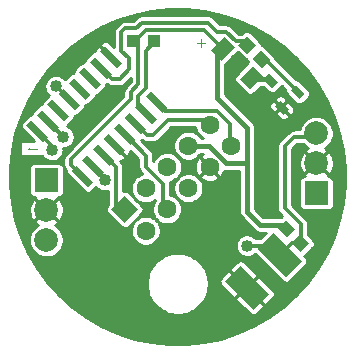
<source format=gbr>
G04 DipTrace 2.4.0.2*
%INBottom.gbr*%
%MOIN*%
%ADD10C,0.0098*%
%ADD14C,0.013*%
%ADD15C,0.0157*%
%ADD17C,0.0633*%
%ADD22C,0.0787*%
%ADD23C,0.04*%
%ADD43C,0.0046*%
%FSLAX44Y44*%
G04*
G70*
G90*
G75*
G01*
%LNBottom*%
%LPD*%
X7417Y9730D2*
D14*
Y9811D1*
X7023Y10205D1*
X5667Y10730D2*
Y10855D1*
X5166Y11355D1*
X5520Y11708D2*
Y11689D1*
X6042Y11167D1*
X10208Y10873D2*
D15*
X10899D1*
X11480Y10292D1*
X12167D1*
Y8667D1*
X12605Y8229D1*
X13480D1*
Y8104D1*
X6670Y9851D2*
D14*
X6292Y10229D1*
Y10417D1*
X8292Y12417D1*
Y12667D1*
X8542Y12917D1*
Y14230D1*
X8395Y14377D1*
X12167Y10292D2*
D15*
Y11480D1*
X11167Y12480D1*
Y14105D1*
X11355D1*
X8395Y14377D2*
D14*
Y14333D1*
X8792Y14730D1*
X10730D1*
X11355Y14105D1*
X8087Y8752D2*
X7792D1*
Y10167D1*
X7401Y10559D1*
X7377D1*
X6227Y12415D2*
Y12420D1*
X5792Y12855D1*
X7288Y13476D2*
X7296D1*
X7667Y13105D1*
X7917D1*
X8229Y13417D1*
Y13793D1*
X7979Y14043D1*
Y14668D1*
X8104Y14793D1*
X8479D1*
X8667Y14980D1*
X10855D1*
X11167Y14668D1*
X11480D1*
X11792Y14355D1*
X12042D1*
X12167Y14230D1*
X9064Y14377D2*
Y14315D1*
X8792Y14043D1*
Y12792D1*
X8542Y12542D1*
Y12222D1*
X8791Y11973D1*
X11812Y10980D2*
X11705Y10873D1*
X11622D1*
X9145Y12326D2*
Y12315D1*
X9417Y12042D1*
X11167D1*
X11605Y11605D1*
Y10890D1*
X11622Y10873D1*
X8084Y11266D2*
Y11250D1*
X8792Y10542D1*
Y10167D1*
X9355Y9605D1*
Y8898D1*
X9501Y8752D1*
X10915Y11580D2*
Y11730D1*
X9542D1*
X9042Y11230D1*
X8827D1*
X8438Y11619D1*
X13953Y7631D2*
X13655D1*
X13253Y7229D1*
X13953Y7631D2*
Y8256D1*
X13418Y8792D1*
Y10855D1*
X13730Y11167D1*
X14355D1*
X14480Y11292D1*
X13253Y7229D2*
Y7542D1*
X12167D1*
X13855Y12667D2*
X12766Y13757D1*
X12641D1*
X12950Y13043D2*
D15*
Y13105D1*
X12355D1*
X12315Y13145D1*
D23*
X6042Y11167D3*
X5667Y10730D3*
X7417Y9730D3*
X5792Y12855D3*
X12167Y7542D3*
X7542Y14668D3*
X8229Y9792D3*
X9855Y4604D3*
X12605Y12167D3*
X8167Y7542D3*
X12917Y8667D3*
X8808Y15326D2*
D10*
X10877D1*
X8370Y15229D2*
X11315D1*
X8071Y15132D2*
X8458D1*
X11064D2*
X11613D1*
X7793Y15035D2*
X8041D1*
X11161D2*
X11892D1*
X7574Y14937D2*
X7889D1*
X11258D2*
X12110D1*
X7358Y14840D2*
X7792D1*
X11667D2*
X12327D1*
X7179Y14743D2*
X7733D1*
X11765D2*
X12505D1*
X7012Y14646D2*
X7722D1*
X11862D2*
X12009D1*
X12299D2*
X12673D1*
X6842Y14549D2*
X7722D1*
X12396D2*
X12842D1*
X6703Y14452D2*
X7722D1*
X12493D2*
X12982D1*
X6569Y14355D2*
X7353D1*
X7539D2*
X7722D1*
X12590D2*
X13116D1*
X6435Y14258D2*
X7244D1*
X7648D2*
X7722D1*
X12648D2*
X13250D1*
X6307Y14161D2*
X7147D1*
X12783D2*
X13377D1*
X6200Y14063D2*
X7090D1*
X12880D2*
X13485D1*
X6092Y13966D2*
X6952D1*
X11833D2*
X11884D1*
X12979D2*
X13593D1*
X5984Y13869D2*
X6855D1*
X11736D2*
X11981D1*
X13076D2*
X13700D1*
X5881Y13772D2*
X6764D1*
X11638D2*
X12095D1*
X13123D2*
X13803D1*
X5794Y13675D2*
X6734D1*
X11541D2*
X12182D1*
X13208D2*
X13891D1*
X5706Y13578D2*
X6564D1*
X11444D2*
X12132D1*
X13305D2*
X13979D1*
X5618Y13481D2*
X6468D1*
X11439D2*
X12035D1*
X13402D2*
X14066D1*
X5531Y13384D2*
X6392D1*
X11439D2*
X11938D1*
X13500D2*
X14154D1*
X5457Y13287D2*
X6280D1*
X11439D2*
X11841D1*
X13597D2*
X14228D1*
X5386Y13189D2*
X5596D1*
X5987D2*
X6175D1*
X11439D2*
X11752D1*
X13694D2*
X14298D1*
X5315Y13092D2*
X5482D1*
X11439D2*
X11726D1*
X13791D2*
X14369D1*
X5245Y12995D2*
X5425D1*
X8168D2*
X8259D1*
X11439D2*
X11756D1*
X13977D2*
X14440D1*
X5174Y12898D2*
X5402D1*
X7487D2*
X7520D1*
X8064D2*
X8162D1*
X11439D2*
X11847D1*
X14074D2*
X14511D1*
X5117Y12801D2*
X5403D1*
X7438D2*
X8073D1*
X11439D2*
X11945D1*
X12588D2*
X12744D1*
X13269D2*
X13360D1*
X14171D2*
X14569D1*
X5060Y12704D2*
X5429D1*
X7341D2*
X8036D1*
X11439D2*
X12042D1*
X12491D2*
X12841D1*
X13172D2*
X13426D1*
X14260D2*
X14625D1*
X5005Y12607D2*
X5491D1*
X7238D2*
X8035D1*
X11439D2*
X12141D1*
X12393D2*
X13468D1*
X14284D2*
X14680D1*
X4948Y12510D2*
X5496D1*
X7124D2*
X8024D1*
X11518D2*
X13136D1*
X13405D2*
X13563D1*
X14254D2*
X14737D1*
X4892Y12412D2*
X5399D1*
X7050D2*
X7927D1*
X11615D2*
X13039D1*
X13502D2*
X13660D1*
X14161D2*
X14792D1*
X4845Y12315D2*
X5328D1*
X6953D2*
X7830D1*
X11711D2*
X12942D1*
X13598D2*
X13757D1*
X14064D2*
X14840D1*
X4802Y12218D2*
X5208D1*
X6782D2*
X7732D1*
X11808D2*
X12899D1*
X13695D2*
X14883D1*
X4759Y12121D2*
X5108D1*
X6752D2*
X7635D1*
X11905D2*
X12911D1*
X13752D2*
X14927D1*
X4716Y12024D2*
X5011D1*
X6661D2*
X7538D1*
X12004D2*
X12991D1*
X13746D2*
X14971D1*
X4671Y11927D2*
X4967D1*
X6564D2*
X7441D1*
X12101D2*
X13088D1*
X13675D2*
X15014D1*
X4631Y11830D2*
X4816D1*
X6424D2*
X7344D1*
X12197D2*
X13185D1*
X13578D2*
X14262D1*
X14698D2*
X15055D1*
X4599Y11733D2*
X4719D1*
X6370D2*
X7247D1*
X12294D2*
X13302D1*
X13462D2*
X14099D1*
X14863D2*
X15086D1*
X4568Y11636D2*
X4632D1*
X6273D2*
X7150D1*
X12388D2*
X14008D1*
X14953D2*
X15118D1*
X4536Y11538D2*
X4613D1*
X6164D2*
X7052D1*
X12433D2*
X13949D1*
X15012D2*
X15149D1*
X4503Y11441D2*
X4647D1*
X6320D2*
X6955D1*
X9614D2*
X10426D1*
X12439D2*
X13914D1*
X15047D2*
X15181D1*
X4473Y11344D2*
X4742D1*
X6392D2*
X6858D1*
X9517D2*
X10032D1*
X10383D2*
X10465D1*
X12439D2*
X13546D1*
X15064D2*
X15212D1*
X4445Y11247D2*
X4839D1*
X6426D2*
X6761D1*
X9420D2*
X9868D1*
X12439D2*
X13450D1*
X15066D2*
X15240D1*
X4425Y11150D2*
X4936D1*
X6433D2*
X6664D1*
X9323D2*
X9783D1*
X12439D2*
X13353D1*
X15049D2*
X15260D1*
X4405Y11053D2*
X5033D1*
X6416D2*
X6567D1*
X9226D2*
X9732D1*
X12439D2*
X13256D1*
X15015D2*
X15281D1*
X4383Y10956D2*
X4574D1*
X6370D2*
X6471D1*
X8739D2*
X9706D1*
X12439D2*
X13182D1*
X14958D2*
X15301D1*
X4363Y10859D2*
X4574D1*
X6278D2*
X6372D1*
X8836D2*
X9699D1*
X12439D2*
X13160D1*
X13781D2*
X14089D1*
X14870D2*
X15321D1*
X4342Y10762D2*
X4574D1*
X6058D2*
X6275D1*
X8932D2*
X9711D1*
X12439D2*
X13160D1*
X13685D2*
X14135D1*
X14824D2*
X15343D1*
X4328Y10664D2*
X4574D1*
X6054D2*
X6178D1*
X8277D2*
X8308D1*
X9017D2*
X9463D1*
X9538D2*
X9745D1*
X12439D2*
X13160D1*
X13675D2*
X14029D1*
X14930D2*
X15358D1*
X4317Y10567D2*
X4574D1*
X6023D2*
X6085D1*
X8211D2*
X8407D1*
X9048D2*
X9194D1*
X12439D2*
X13160D1*
X13675D2*
X13963D1*
X14996D2*
X15367D1*
X4306Y10470D2*
X5376D1*
X5958D2*
X6040D1*
X8114D2*
X8504D1*
X9049D2*
X9096D1*
X12439D2*
X13160D1*
X13675D2*
X13922D1*
X15038D2*
X15378D1*
X4297Y10373D2*
X5517D1*
X5817D2*
X6034D1*
X7981D2*
X8534D1*
X9964D2*
X10451D1*
X12439D2*
X13160D1*
X13675D2*
X13899D1*
X15061D2*
X15389D1*
X4286Y10276D2*
X4976D1*
X5983D2*
X6034D1*
X8025D2*
X8534D1*
X9998D2*
X10418D1*
X12439D2*
X13160D1*
X13675D2*
X13894D1*
X15067D2*
X15398D1*
X4276Y10179D2*
X4902D1*
X8050D2*
X8534D1*
X10011D2*
X10406D1*
X12439D2*
X13160D1*
X13675D2*
X13905D1*
X15055D2*
X15409D1*
X4272Y10082D2*
X4893D1*
X8050D2*
X8550D1*
X10003D2*
X10412D1*
X12439D2*
X13160D1*
X13675D2*
X13934D1*
X15027D2*
X15413D1*
X4272Y9985D2*
X4893D1*
X6066D2*
X6126D1*
X8050D2*
X8614D1*
X9977D2*
X10440D1*
X11390D2*
X11896D1*
X12439D2*
X13160D1*
X13675D2*
X13982D1*
X14978D2*
X15413D1*
X4272Y9888D2*
X4893D1*
X6066D2*
X6198D1*
X8050D2*
X8528D1*
X11339D2*
X11896D1*
X12439D2*
X13160D1*
X13675D2*
X14059D1*
X14901D2*
X15413D1*
X4272Y9790D2*
X4893D1*
X6066D2*
X6295D1*
X8050D2*
X8410D1*
X11255D2*
X11896D1*
X12439D2*
X13160D1*
X13675D2*
X13926D1*
X15033D2*
X15413D1*
X4272Y9693D2*
X4893D1*
X6066D2*
X6392D1*
X8050D2*
X8344D1*
X9672D2*
X9757D1*
X10658D2*
X10743D1*
X11087D2*
X11896D1*
X12439D2*
X13160D1*
X13675D2*
X13894D1*
X15067D2*
X15413D1*
X4272Y9596D2*
X4893D1*
X6066D2*
X6489D1*
X8050D2*
X8304D1*
X9612D2*
X9719D1*
X10698D2*
X11896D1*
X12439D2*
X13160D1*
X13675D2*
X13894D1*
X15067D2*
X15413D1*
X4277Y9499D2*
X4893D1*
X6066D2*
X6586D1*
X8050D2*
X8285D1*
X9612D2*
X9700D1*
X10715D2*
X11896D1*
X12439D2*
X13160D1*
X13675D2*
X13894D1*
X15067D2*
X15407D1*
X4288Y9402D2*
X4893D1*
X6066D2*
X6684D1*
X7045D2*
X7209D1*
X8050D2*
X8288D1*
X9612D2*
X9702D1*
X10713D2*
X11896D1*
X12439D2*
X13160D1*
X13675D2*
X13894D1*
X15067D2*
X15398D1*
X4297Y9305D2*
X4896D1*
X6063D2*
X7535D1*
X8250D2*
X8308D1*
X9612D2*
X9723D1*
X10693D2*
X11896D1*
X12439D2*
X13160D1*
X13675D2*
X13894D1*
X15067D2*
X15387D1*
X4308Y9208D2*
X4945D1*
X6014D2*
X7535D1*
X9714D2*
X9766D1*
X10650D2*
X11896D1*
X12439D2*
X13160D1*
X13675D2*
X13894D1*
X15067D2*
X15377D1*
X4317Y9111D2*
X5037D1*
X5921D2*
X7535D1*
X10576D2*
X11896D1*
X12439D2*
X13160D1*
X13675D2*
X13894D1*
X15067D2*
X15367D1*
X4328Y9014D2*
X4968D1*
X5990D2*
X7535D1*
X9031D2*
X9066D1*
X9935D2*
X9970D1*
X10444D2*
X11896D1*
X12439D2*
X13160D1*
X13675D2*
X13894D1*
X15067D2*
X15357D1*
X4343Y8916D2*
X4923D1*
X6035D2*
X7535D1*
X8637D2*
X9019D1*
X9983D2*
X11896D1*
X12439D2*
X13160D1*
X13675D2*
X13894D1*
X15067D2*
X15341D1*
X4365Y8819D2*
X4900D1*
X6058D2*
X7459D1*
X8714D2*
X8996D1*
X10006D2*
X11896D1*
X12439D2*
X13160D1*
X13751D2*
X13911D1*
X15049D2*
X15320D1*
X4385Y8722D2*
X4893D1*
X6066D2*
X7449D1*
X8725D2*
X8993D1*
X10009D2*
X11896D1*
X12493D2*
X13170D1*
X13848D2*
X14028D1*
X14933D2*
X15300D1*
X4406Y8625D2*
X4902D1*
X6057D2*
X7496D1*
X8676D2*
X9008D1*
X9994D2*
X11899D1*
X12590D2*
X13225D1*
X13944D2*
X15280D1*
X4426Y8528D2*
X4930D1*
X6029D2*
X7593D1*
X8579D2*
X8659D1*
X8928D2*
X9045D1*
X9957D2*
X11936D1*
X12686D2*
X13320D1*
X14041D2*
X15258D1*
X4446Y8431D2*
X4976D1*
X5983D2*
X7692D1*
X9894D2*
X12024D1*
X14140D2*
X15238D1*
X4474Y8334D2*
X5050D1*
X5909D2*
X7789D1*
X9784D2*
X12121D1*
X14198D2*
X15210D1*
X4506Y8237D2*
X5170D1*
X5789D2*
X7885D1*
X8288D2*
X8323D1*
X9265D2*
X12218D1*
X14211D2*
X15178D1*
X4537Y8140D2*
X5063D1*
X5895D2*
X7996D1*
X8177D2*
X8293D1*
X9294D2*
X12315D1*
X14211D2*
X15147D1*
X4569Y8042D2*
X4985D1*
X5974D2*
X8284D1*
X9303D2*
X12411D1*
X14211D2*
X15115D1*
X4602Y7945D2*
X4934D1*
X6024D2*
X8295D1*
X9294D2*
X12754D1*
X14211D2*
X15084D1*
X4633Y7848D2*
X4905D1*
X6054D2*
X8325D1*
X9263D2*
X11927D1*
X12407D2*
X12658D1*
X14283D2*
X15052D1*
X4674Y7751D2*
X4893D1*
X6066D2*
X8379D1*
X9208D2*
X11836D1*
X14380D2*
X15011D1*
X4719Y7654D2*
X4897D1*
X6061D2*
X8473D1*
X9115D2*
X11792D1*
X14435D2*
X14967D1*
X4762Y7557D2*
X4919D1*
X6040D2*
X8676D1*
X8912D2*
X11775D1*
X14427D2*
X14924D1*
X4805Y7460D2*
X4960D1*
X5998D2*
X11784D1*
X14357D2*
X14880D1*
X4848Y7363D2*
X5025D1*
X5934D2*
X11819D1*
X14260D2*
X14837D1*
X4895Y7266D2*
X5126D1*
X5832D2*
X9568D1*
X10141D2*
X11893D1*
X14163D2*
X14789D1*
X4952Y7168D2*
X5336D1*
X5621D2*
X9334D1*
X10375D2*
X12073D1*
X12262D2*
X12516D1*
X14112D2*
X14732D1*
X5008Y7071D2*
X9193D1*
X10516D2*
X12613D1*
X14177D2*
X14677D1*
X5065Y6974D2*
X9088D1*
X10621D2*
X11782D1*
X12134D2*
X12711D1*
X14178D2*
X14620D1*
X5120Y6877D2*
X9008D1*
X10701D2*
X11686D1*
X12231D2*
X12808D1*
X14115D2*
X14565D1*
X5180Y6780D2*
X8945D1*
X10764D2*
X11589D1*
X12328D2*
X12905D1*
X14018D2*
X14506D1*
X5251Y6683D2*
X8897D1*
X10813D2*
X11492D1*
X12425D2*
X13002D1*
X13921D2*
X14435D1*
X5320Y6586D2*
X8860D1*
X10849D2*
X11395D1*
X12523D2*
X13099D1*
X13824D2*
X14365D1*
X5391Y6489D2*
X8834D1*
X10875D2*
X11297D1*
X12620D2*
X13196D1*
X13728D2*
X14294D1*
X5461Y6391D2*
X8817D1*
X10892D2*
X11241D1*
X12717D2*
X13293D1*
X13631D2*
X14223D1*
X5538Y6294D2*
X8811D1*
X10899D2*
X11246D1*
X12814D2*
X14148D1*
X5624Y6197D2*
X8813D1*
X10896D2*
X11317D1*
X12911D2*
X14060D1*
X5712Y6100D2*
X8824D1*
X10886D2*
X11413D1*
X13008D2*
X13972D1*
X5800Y6003D2*
X8845D1*
X10864D2*
X11510D1*
X13085D2*
X13885D1*
X5887Y5906D2*
X8876D1*
X10833D2*
X11607D1*
X13096D2*
X13797D1*
X5992Y5809D2*
X8917D1*
X10792D2*
X11704D1*
X13048D2*
X13693D1*
X6100Y5712D2*
X8973D1*
X10736D2*
X11802D1*
X12951D2*
X13585D1*
X6207Y5615D2*
X9043D1*
X10666D2*
X11899D1*
X12854D2*
X13477D1*
X6315Y5517D2*
X9133D1*
X10576D2*
X11996D1*
X12756D2*
X13370D1*
X6444Y5420D2*
X9253D1*
X10457D2*
X12093D1*
X12659D2*
X13240D1*
X6578Y5323D2*
X9423D1*
X10286D2*
X12190D1*
X12562D2*
X13107D1*
X6712Y5226D2*
X12333D1*
X12420D2*
X12973D1*
X6855Y5129D2*
X12830D1*
X7024Y5032D2*
X12662D1*
X7192Y4935D2*
X12493D1*
X7373Y4838D2*
X12312D1*
X7591Y4741D2*
X12093D1*
X7810Y4643D2*
X11876D1*
X8093Y4546D2*
X11592D1*
X8393Y4449D2*
X11293D1*
X8842Y4352D2*
X10843D1*
X14077Y7193D2*
X14120Y7150D1*
X14150Y7111D1*
X14168Y7065D1*
X14174Y7017D1*
X14166Y6968D1*
X14142Y6917D1*
X14085Y6856D1*
X13591Y6362D1*
X13552Y6332D1*
X13507Y6314D1*
X13458Y6309D1*
X13410Y6316D1*
X13358Y6341D1*
X13298Y6397D1*
X12431Y7264D1*
X12365Y7214D1*
X12322Y7191D1*
X12275Y7174D1*
X12228Y7164D1*
X12179Y7159D1*
X12129Y7161D1*
X12081Y7169D1*
X12034Y7183D1*
X11989Y7203D1*
X11947Y7229D1*
X11909Y7259D1*
X11875Y7295D1*
X11845Y7334D1*
X11821Y7377D1*
X11803Y7423D1*
X11791Y7471D1*
X11785Y7520D1*
Y7569D1*
X11792Y7617D1*
X11805Y7665D1*
X11823Y7710D1*
X11848Y7753D1*
X11877Y7792D1*
X11912Y7827D1*
X11951Y7858D1*
X11993Y7883D1*
X12038Y7902D1*
X12085Y7916D1*
X12134Y7923D1*
X12183Y7925D1*
X12232Y7919D1*
X12280Y7908D1*
X12326Y7891D1*
X12369Y7867D1*
X12409Y7839D1*
X12458Y7790D1*
X12609D1*
X12785Y7967D1*
X12605Y7968D1*
X12556Y7972D1*
X12509Y7986D1*
X12465Y8008D1*
X12420Y8044D1*
X11982Y8482D1*
X11951Y8520D1*
X11927Y8563D1*
X11912Y8609D1*
X11906Y8667D1*
Y10031D1*
X11480Y10030D1*
X11409Y10040D1*
X11398Y10039D1*
X11376Y9974D1*
X11346Y9912D1*
X11307Y9856D1*
X11260Y9805D1*
X11207Y9761D1*
X11149Y9724D1*
X11086Y9696D1*
X11020Y9677D1*
X10952Y9667D1*
X10883D1*
X10815Y9676D1*
X10748Y9695D1*
X10685Y9722D1*
X10626Y9758D1*
X10573Y9801D1*
X10526Y9852D1*
X10487Y9908D1*
X10456Y9970D1*
X10433Y10035D1*
X10420Y10102D1*
X10415Y10171D1*
X10421Y10240D1*
X10436Y10307D1*
X10460Y10371D1*
X10492Y10432D1*
X10533Y10488D1*
X10581Y10537D1*
X10635Y10579D1*
X10689Y10611D1*
X10633D1*
X10593Y10555D1*
X10524Y10486D1*
X10442Y10431D1*
X10351Y10394D1*
X10254Y10375D1*
X10156Y10376D1*
X10060Y10396D1*
X9969Y10434D1*
X9888Y10489D1*
X9819Y10559D1*
X9765Y10641D1*
X9729Y10732D1*
X9710Y10829D1*
X9711Y10927D1*
X9732Y11023D1*
X9770Y11114D1*
X9826Y11195D1*
X9896Y11263D1*
X9979Y11317D1*
X10070Y11353D1*
X10167Y11371D1*
X10265Y11369D1*
X10361Y11348D1*
X10451Y11309D1*
X10532Y11253D1*
X10600Y11182D1*
X10632Y11136D1*
X10689Y11135D1*
X10635Y11167D1*
X10559Y11229D1*
X10497Y11306D1*
X10452Y11393D1*
X10425Y11483D1*
X10128Y11482D1*
X9643D1*
X9265Y11102D1*
X9217Y11054D1*
X9179Y11023D1*
X9136Y11000D1*
X9089Y10986D1*
X9042Y10982D1*
X8827D1*
X8778Y10987D1*
X8731Y11001D1*
X8688Y11024D1*
X8652Y11054D1*
X8631Y11075D1*
X8628Y11058D1*
X8967Y10718D1*
X8999Y10680D1*
X9022Y10636D1*
X9036Y10589D1*
X9040Y10542D1*
X9042Y10362D1*
X9089Y10448D1*
X9152Y10524D1*
X9229Y10585D1*
X9316Y10630D1*
X9411Y10657D1*
X9509Y10665D1*
X9606Y10654D1*
X9700Y10624D1*
X9786Y10576D1*
X9861Y10512D1*
X9921Y10435D1*
X9966Y10348D1*
X9993Y10253D1*
X10000Y10166D1*
X9991Y10068D1*
X9962Y9974D1*
X9916Y9887D1*
X9853Y9812D1*
X9777Y9749D1*
X9690Y9703D1*
X9596Y9675D1*
X9591D1*
X9598Y9651D1*
X9603Y9605D1*
Y9240D1*
X9654Y9227D1*
X9744Y9188D1*
X9825Y9132D1*
X9893Y9061D1*
X9946Y8978D1*
X9982Y8887D1*
X9999Y8790D1*
X9998Y8702D1*
X9979Y8606D1*
X9941Y8515D1*
X9886Y8434D1*
X9817Y8364D1*
X9735Y8310D1*
X9644Y8273D1*
X9547Y8254D1*
X9449Y8255D1*
X9353Y8274D1*
X9262Y8313D1*
X9181Y8368D1*
X9112Y8438D1*
X9058Y8520D1*
X9021Y8611D1*
X9003Y8708D1*
X9004Y8806D1*
X9024Y8902D1*
X9063Y8992D1*
X9107Y9057D1*
X9070Y9042D1*
X8983Y8996D1*
X8889Y8968D1*
X8791Y8959D1*
X8693Y8969D1*
X8600Y8998D1*
X8513Y9045D1*
X8438Y9108D1*
X8376Y9185D1*
X8330Y9272D1*
X8303Y9366D1*
X8294Y9464D1*
X8305Y9562D1*
X8334Y9655D1*
X8382Y9741D1*
X8445Y9816D1*
X8522Y9878D1*
X8609Y9923D1*
X8666Y9941D1*
X8617Y9992D1*
X8586Y10030D1*
X8562Y10073D1*
X8548Y10120D1*
X8544Y10167D1*
Y10439D1*
X8275Y10706D1*
X8268Y10667D1*
X8254Y10631D1*
X8231Y10598D1*
X8048Y10414D1*
X8016Y10391D1*
X7980Y10375D1*
X7942Y10368D1*
X7998Y10305D1*
X8021Y10261D1*
X8035Y10214D1*
X8040Y10167D1*
X8042Y9377D1*
X8090Y9382D1*
X8139Y9375D1*
X8190Y9350D1*
X8251Y9294D1*
X8664Y8881D1*
X8693Y8842D1*
X8712Y8796D1*
X8717Y8748D1*
X8710Y8699D1*
X8685Y8648D1*
X8629Y8587D1*
X8216Y8174D1*
X8177Y8145D1*
X8132Y8126D1*
X8083Y8121D1*
X8034Y8128D1*
X7983Y8153D1*
X7922Y8209D1*
X7510Y8622D1*
X7480Y8661D1*
X7462Y8707D1*
X7456Y8755D1*
X7464Y8804D1*
X7488Y8855D1*
X7543Y8915D1*
X7544Y9368D1*
X7477Y9351D1*
X7428Y9347D1*
X7379Y9348D1*
X7330Y9356D1*
X7283Y9371D1*
X7238Y9391D1*
X7196Y9416D1*
X7158Y9447D1*
X7121Y9486D1*
X6994Y9360D1*
X6955Y9330D1*
X6910Y9312D1*
X6861Y9306D1*
X6812Y9314D1*
X6761Y9339D1*
X6700Y9395D1*
X6178Y9917D1*
X6149Y9956D1*
X6129Y10010D1*
X6116Y10054D1*
X6085Y10092D1*
X6062Y10135D1*
X6048Y10183D1*
X6044Y10229D1*
Y10417D1*
X6049Y10466D1*
X6063Y10513D1*
X6086Y10556D1*
X6116Y10593D1*
X8044Y12521D1*
Y12667D1*
X8049Y12716D1*
X8063Y12763D1*
X8087Y12806D1*
X8117Y12843D1*
X8294Y13020D1*
Y13131D1*
X8092Y12930D1*
X8054Y12898D1*
X8011Y12875D1*
X7964Y12861D1*
X7917Y12857D1*
X7667D1*
X7618Y12862D1*
X7571Y12876D1*
X7528Y12900D1*
X7490Y12931D1*
X7479Y12924D1*
X7472Y12875D1*
X7447Y12824D1*
X7391Y12763D1*
X7259Y12631D1*
X7220Y12601D1*
X7165Y12581D1*
X7126Y12570D1*
X7118Y12522D1*
X7094Y12471D1*
X7037Y12410D1*
X6905Y12278D1*
X6866Y12248D1*
X6811Y12228D1*
X6772Y12217D1*
X6764Y12168D1*
X6740Y12117D1*
X6684Y12056D1*
X6551Y11924D1*
X6512Y11894D1*
X6458Y11874D1*
X6419Y11863D1*
X6411Y11815D1*
X6386Y11763D1*
X6330Y11703D1*
X6198Y11570D1*
X6151Y11537D1*
X6200Y11516D1*
X6244Y11493D1*
X6284Y11464D1*
X6320Y11431D1*
X6351Y11393D1*
X6378Y11352D1*
X6398Y11307D1*
X6413Y11260D1*
X6422Y11212D1*
X6425Y11167D1*
X6422Y11118D1*
X6412Y11070D1*
X6397Y11023D1*
X6375Y10979D1*
X6348Y10938D1*
X6317Y10900D1*
X6280Y10867D1*
X6240Y10839D1*
X6196Y10817D1*
X6150Y10800D1*
X6102Y10789D1*
X6045Y10785D1*
X6050Y10730D1*
X6047Y10681D1*
X6037Y10632D1*
X6022Y10586D1*
X6000Y10541D1*
X5973Y10500D1*
X5941Y10463D1*
X5905Y10430D1*
X5865Y10402D1*
X5821Y10379D1*
X5775Y10362D1*
X5727Y10351D1*
X5678Y10347D1*
X5629Y10349D1*
X5580Y10357D1*
X5533Y10371D1*
X5488Y10391D1*
X5446Y10416D1*
X5408Y10447D1*
X5374Y10483D1*
X5332Y10545D1*
X4585Y10544D1*
Y11029D1*
X5066D1*
X4675Y11420D1*
X4645Y11459D1*
X4627Y11505D1*
X4622Y11553D1*
X4629Y11602D1*
X4654Y11653D1*
X4710Y11714D1*
X4842Y11846D1*
X4881Y11876D1*
X4936Y11896D1*
X4975Y11907D1*
X4983Y11955D1*
X5007Y12007D1*
X5063Y12067D1*
X5196Y12200D1*
X5235Y12229D1*
X5289Y12249D1*
X5329Y12261D1*
X5336Y12309D1*
X5361Y12360D1*
X5417Y12421D1*
X5550Y12554D1*
X5499Y12608D1*
X5470Y12648D1*
X5446Y12690D1*
X5428Y12736D1*
X5415Y12784D1*
X5409Y12833D1*
X5410Y12882D1*
X5416Y12931D1*
X5429Y12978D1*
X5448Y13023D1*
X5472Y13066D1*
X5502Y13105D1*
X5536Y13140D1*
X5575Y13171D1*
X5617Y13196D1*
X5662Y13216D1*
X5710Y13229D1*
X5758Y13237D1*
X5807Y13238D1*
X5856Y13233D1*
X5904Y13221D1*
X5950Y13204D1*
X5993Y13181D1*
X6034Y13152D1*
X6070Y13119D1*
X6090Y13094D1*
X6256Y13260D1*
X6295Y13290D1*
X6350Y13310D1*
X6389Y13321D1*
X6397Y13370D1*
X6421Y13421D1*
X6478Y13482D1*
X6610Y13614D1*
X6649Y13644D1*
X6704Y13664D1*
X6743Y13675D1*
X6750Y13723D1*
X6775Y13774D1*
X6831Y13835D1*
X6963Y13967D1*
X7002Y13997D1*
X7057Y14017D1*
X7096Y14026D1*
X7101Y14065D1*
X7114Y14102D1*
X7134Y14136D1*
X7199Y14203D1*
X7339Y14340D1*
X7374Y14359D1*
X7411Y14371D1*
X7450Y14375D1*
X7489Y14370D1*
X7526Y14356D1*
X7560Y14335D1*
X7652Y14244D1*
X7731Y14165D1*
Y14668D1*
X7736Y14717D1*
X7751Y14763D1*
X7774Y14807D1*
X7804Y14843D1*
X7929Y14968D1*
X7967Y14999D1*
X8010Y15022D1*
X8058Y15036D1*
X8104Y15041D1*
X8377D1*
X8492Y15156D1*
X8530Y15187D1*
X8573Y15210D1*
X8620Y15224D1*
X8667Y15228D1*
X10855D1*
X10904Y15223D1*
X10951Y15209D1*
X10994Y15186D1*
X11030Y15156D1*
X11270Y14915D1*
X11480Y14916D1*
X11529Y14911D1*
X11576Y14896D1*
X11619Y14873D1*
X11655Y14843D1*
X11896Y14603D1*
X11975D1*
X12024Y14652D1*
X12063Y14682D1*
X12109Y14700D1*
X12157Y14705D1*
X12206Y14698D1*
X12257Y14673D1*
X12318Y14617D1*
X12589Y14346D1*
X12619Y14307D1*
X12639Y14252D1*
X12679Y14225D1*
X12730Y14200D1*
X12791Y14144D1*
X13062Y13872D1*
X13092Y13833D1*
X13112Y13779D1*
X13150Y13723D1*
X13786Y13087D1*
X13852Y13079D1*
X13903Y13055D1*
X13964Y12999D1*
X14221Y12741D1*
X14251Y12702D1*
X14269Y12657D1*
X14275Y12608D1*
X14267Y12559D1*
X14243Y12508D1*
X14186Y12447D1*
X14040Y12301D1*
X14001Y12272D1*
X13956Y12253D1*
X13907Y12248D1*
X13858Y12255D1*
X13807Y12280D1*
X13746Y12336D1*
X13489Y12594D1*
X13459Y12633D1*
X13441Y12678D1*
X13436Y12736D1*
X13315Y12856D1*
X13135Y12677D1*
X13096Y12647D1*
X13051Y12629D1*
X13002Y12624D1*
X12954Y12631D1*
X12902Y12656D1*
X12842Y12712D1*
X12710Y12844D1*
X12620Y12843D1*
X12396Y12618D1*
X12357Y12589D1*
X12311Y12570D1*
X12263Y12565D1*
X12214Y12572D1*
X12163Y12597D1*
X12102Y12653D1*
X11789Y12966D1*
X11759Y13005D1*
X11741Y13051D1*
X11735Y13100D1*
X11743Y13148D1*
X11768Y13199D1*
X11824Y13260D1*
X12213Y13649D1*
X12189Y13680D1*
X12169Y13735D1*
X12129Y13762D1*
X12078Y13787D1*
X12017Y13843D1*
X11859Y14001D1*
X11707Y13850D1*
X11429Y13573D1*
Y12587D1*
X12257Y11760D1*
X12352Y11665D1*
X12384Y11627D1*
X12408Y11584D1*
X12423Y11537D1*
X12429Y11480D1*
Y8774D1*
X12712Y8492D1*
X13302Y8491D1*
X13336Y8525D1*
X13242Y8617D1*
X13211Y8655D1*
X13188Y8698D1*
X13174Y8745D1*
X13169Y8792D1*
Y10855D1*
X13174Y10904D1*
X13189Y10951D1*
X13212Y10994D1*
X13242Y11030D1*
X13555Y11343D1*
X13593Y11374D1*
X13636Y11397D1*
X13683Y11411D1*
X13730Y11415D1*
X13916D1*
X13940Y11493D1*
X13982Y11582D1*
X14038Y11663D1*
X14108Y11732D1*
X14188Y11789D1*
X14276Y11832D1*
X14371Y11858D1*
X14469Y11869D1*
X14567Y11862D1*
X14663Y11839D1*
X14753Y11800D1*
X14835Y11747D1*
X14907Y11680D1*
X14967Y11602D1*
X15012Y11514D1*
X15042Y11421D1*
X15056Y11323D1*
X15055Y11243D1*
X15038Y11146D1*
X15005Y11053D1*
X14957Y10968D1*
X14895Y10891D1*
X14821Y10827D1*
X14768Y10793D1*
X14835Y10747D1*
X14894Y10694D1*
X14945Y10634D1*
X14987Y10568D1*
X15020Y10496D1*
X15042Y10421D1*
X15055Y10343D1*
X15057Y10272D1*
X15049Y10194D1*
X15030Y10118D1*
X15001Y10044D1*
X14962Y9976D1*
X14915Y9913D1*
X14872Y9869D1*
X14922Y9862D1*
X14968Y9843D1*
X15006Y9812D1*
X15035Y9773D1*
X15054Y9719D1*
X15057Y9637D1*
Y8898D1*
X15050Y8850D1*
X15031Y8805D1*
X15000Y8766D1*
X14961Y8737D1*
X14907Y8718D1*
X14825Y8715D1*
X14086D1*
X14038Y8722D1*
X13993Y8741D1*
X13954Y8772D1*
X13925Y8811D1*
X13906Y8865D1*
X13903Y8948D1*
Y9686D1*
X13910Y9734D1*
X13929Y9780D1*
X13960Y9818D1*
X13999Y9847D1*
X14053Y9866D1*
X14087Y9870D1*
X14033Y9927D1*
X13988Y9992D1*
X13951Y10061D1*
X13925Y10136D1*
X13909Y10213D1*
X13903Y10291D1*
X13909Y10370D1*
X13924Y10447D1*
X13951Y10521D1*
X13987Y10591D1*
X14032Y10655D1*
X14086Y10713D1*
X14146Y10763D1*
X14193Y10792D1*
X14132Y10832D1*
X14059Y10898D1*
X14040Y10920D1*
X13834Y10919D1*
X13665Y10752D1*
X13666Y8894D1*
X14129Y8432D1*
X14160Y8394D1*
X14183Y8350D1*
X14197Y8303D1*
X14201Y8256D1*
Y7919D1*
X14375Y7747D1*
X14405Y7708D1*
X14423Y7662D1*
X14429Y7613D1*
X14421Y7565D1*
X14397Y7514D1*
X14340Y7453D1*
X14090Y7203D1*
X14154Y7104D1*
X14170Y7058D1*
X14174Y7009D1*
X14164Y6961D1*
X14142Y6917D1*
X12095Y7004D2*
X13054Y6042D1*
X13073Y6008D1*
X13085Y5970D1*
X13088Y5931D1*
X13083Y5892D1*
X13070Y5855D1*
X13049Y5822D1*
X12958Y5729D1*
X12483Y5257D1*
X12449Y5238D1*
X12411Y5226D1*
X12372Y5223D1*
X12333Y5228D1*
X12296Y5241D1*
X12263Y5262D1*
X12170Y5353D1*
X11281Y6245D1*
X11262Y6280D1*
X11250Y6317D1*
X11247Y6356D1*
X11252Y6395D1*
X11265Y6432D1*
X11286Y6466D1*
X11377Y6558D1*
X11852Y7030D1*
X11886Y7049D1*
X11923Y7061D1*
X11962Y7064D1*
X12001Y7059D1*
X12038Y7046D1*
X12072Y7025D1*
X12095Y7004D1*
X9291Y7995D2*
X9272Y7899D1*
X9234Y7808D1*
X9179Y7727D1*
X9110Y7657D1*
X9028Y7603D1*
X8937Y7566D1*
X8840Y7547D1*
X8742D1*
X8646Y7567D1*
X8555Y7605D1*
X8474Y7661D1*
X8405Y7731D1*
X8351Y7813D1*
X8314Y7904D1*
X8296Y8000D1*
X8297Y8099D1*
X8317Y8195D1*
X8356Y8285D1*
X8412Y8366D1*
X8482Y8435D1*
X8564Y8488D1*
X8656Y8525D1*
X8752Y8542D1*
X8851Y8541D1*
X8947Y8520D1*
X9037Y8481D1*
X9118Y8425D1*
X9186Y8354D1*
X9239Y8271D1*
X9275Y8180D1*
X9292Y8083D1*
X9291Y7995D1*
X10705Y9409D2*
X10686Y9313D1*
X10648Y9222D1*
X10593Y9141D1*
X10524Y9071D1*
X10442Y9017D1*
X10351Y8980D1*
X10254Y8961D1*
X10156Y8962D1*
X10060Y8981D1*
X9969Y9020D1*
X9888Y9075D1*
X9819Y9145D1*
X9765Y9227D1*
X9729Y9318D1*
X9710Y9415D1*
X9711Y9513D1*
X9732Y9609D1*
X9770Y9699D1*
X9826Y9780D1*
X9896Y9849D1*
X9979Y9902D1*
X10070Y9939D1*
X10167Y9957D1*
X10265Y9955D1*
X10361Y9934D1*
X10451Y9895D1*
X10532Y9839D1*
X10600Y9768D1*
X10653Y9686D1*
X10689Y9594D1*
X10706Y9497D1*
X10705Y9409D1*
X10888Y6219D2*
X10879Y6121D1*
X10860Y6025D1*
X10833Y5930D1*
X10796Y5839D1*
X10751Y5751D1*
X10698Y5669D1*
X10637Y5591D1*
X10569Y5520D1*
X10495Y5456D1*
X10415Y5398D1*
X10330Y5349D1*
X10240Y5308D1*
X10147Y5276D1*
X10052Y5253D1*
X9954Y5238D1*
X9856Y5234D1*
X9758Y5238D1*
X9660Y5252D1*
X9565Y5275D1*
X9472Y5307D1*
X9382Y5348D1*
X9297Y5397D1*
X9217Y5454D1*
X9142Y5518D1*
X9074Y5589D1*
X9013Y5666D1*
X8960Y5749D1*
X8914Y5836D1*
X8878Y5928D1*
X8850Y6022D1*
X8831Y6119D1*
X8821Y6216D1*
Y6315D1*
X8830Y6413D1*
X8848Y6509D1*
X8876Y6604D1*
X8912Y6695D1*
X8957Y6783D1*
X9010Y6866D1*
X9070Y6943D1*
X9138Y7015D1*
X9212Y7080D1*
X9292Y7137D1*
X9377Y7186D1*
X9467Y7228D1*
X9559Y7260D1*
X9655Y7284D1*
X9752Y7298D1*
X9851Y7303D1*
X9949Y7299D1*
X10046Y7285D1*
X10142Y7263D1*
X10235Y7231D1*
X10325Y7190D1*
X10410Y7142D1*
X10491Y7085D1*
X10565Y7021D1*
X10633Y6950D1*
X10695Y6873D1*
X10748Y6790D1*
X10794Y6703D1*
X10831Y6612D1*
X10859Y6518D1*
X10878Y6421D1*
X10888Y6323D1*
Y6219D1*
X13685Y11946D2*
X13489Y11753D1*
X13455Y11734D1*
X13417Y11722D1*
X13378Y11719D1*
X13339Y11724D1*
X13302Y11737D1*
X13269Y11758D1*
X13176Y11849D1*
X12941Y12087D1*
X12922Y12121D1*
X12910Y12159D1*
X12906Y12198D1*
X12911Y12237D1*
X12925Y12274D1*
X12946Y12307D1*
X13037Y12400D1*
X13163Y12524D1*
X13198Y12543D1*
X13235Y12555D1*
X13274Y12558D1*
X13313Y12553D1*
X13350Y12540D1*
X13384Y12519D1*
X13476Y12428D1*
X13711Y12190D1*
X13731Y12156D1*
X13742Y12118D1*
X13746Y12079D1*
X13741Y12040D1*
X13727Y12003D1*
X13707Y11970D1*
X13685Y11946D1*
X4902Y9385D2*
Y10123D1*
X4909Y10172D1*
X4928Y10217D1*
X4959Y10255D1*
X4998Y10284D1*
X5052Y10303D1*
X5135Y10306D1*
X5873D1*
X5921Y10300D1*
X5967Y10280D1*
X6005Y10250D1*
X6034Y10210D1*
X6053Y10157D1*
X6056Y10074D1*
Y9336D1*
X6049Y9287D1*
X6030Y9242D1*
X6000Y9204D1*
X5960Y9175D1*
X5906Y9156D1*
X5872Y9152D1*
X5926Y9095D1*
X5971Y9031D1*
X6007Y8961D1*
X6034Y8887D1*
X6050Y8810D1*
X6056Y8731D1*
X6052Y8661D1*
X6037Y8583D1*
X6012Y8509D1*
X5977Y8438D1*
X5933Y8373D1*
X5880Y8315D1*
X5820Y8264D1*
X5767Y8230D1*
X5834Y8184D1*
X5906Y8117D1*
X5966Y8039D1*
X6011Y7952D1*
X6041Y7858D1*
X6055Y7761D1*
X6054Y7680D1*
X6037Y7583D1*
X6004Y7491D1*
X5956Y7405D1*
X5894Y7329D1*
X5820Y7264D1*
X5736Y7213D1*
X5645Y7177D1*
X5548Y7157D1*
X5450Y7153D1*
X5353Y7167D1*
X5259Y7196D1*
X5172Y7242D1*
X5093Y7301D1*
X5026Y7373D1*
X4972Y7455D1*
X4933Y7545D1*
X4909Y7640D1*
X4902Y7738D1*
X4912Y7836D1*
X4939Y7931D1*
X4981Y8020D1*
X5037Y8100D1*
X5107Y8170D1*
X5187Y8227D1*
X5191Y8229D1*
X5131Y8270D1*
X5072Y8321D1*
X5020Y8380D1*
X4977Y8446D1*
X4943Y8517D1*
X4919Y8592D1*
X4906Y8670D1*
X4903Y8748D1*
X4911Y8826D1*
X4929Y8903D1*
X4958Y8976D1*
X4996Y9045D1*
X5044Y9108D1*
X5088Y9153D1*
X5037Y9159D1*
X4992Y9179D1*
X4953Y9209D1*
X4924Y9249D1*
X4906Y9302D1*
X4902Y9385D1*
X5890Y5892D2*
X6327Y5499D1*
X6800Y5155D1*
X7306Y4863D1*
X7841Y4625D1*
X8397Y4444D1*
X8969Y4323D1*
X9551Y4262D1*
X10136D1*
X10718Y4323D1*
X11290Y4445D1*
X11846Y4626D1*
X12380Y4864D1*
X12887Y5156D1*
X13360Y5500D1*
X13795Y5892D1*
X14186Y6327D1*
X14530Y6800D1*
X14822Y7306D1*
X15060Y7841D1*
X15241Y8397D1*
X15362Y8969D1*
X15423Y9551D1*
Y10136D1*
X15362Y10718D1*
X15240Y11290D1*
X15059Y11846D1*
X14821Y12380D1*
X14529Y12887D1*
X14185Y13360D1*
X13793Y13795D1*
X13358Y14186D1*
X12885Y14530D1*
X12379Y14822D1*
X11844Y15060D1*
X11288Y15241D1*
X10716Y15362D1*
X10134Y15423D1*
X9549D1*
X8967Y15362D1*
X8395Y15240D1*
X7839Y15059D1*
X7305Y14821D1*
X6798Y14529D1*
X6325Y14185D1*
X5890Y13793D1*
X5499Y13358D1*
X5155Y12885D1*
X4863Y12379D1*
X4625Y11844D1*
X4444Y11288D1*
X4323Y10716D1*
X4262Y10134D1*
Y9549D1*
X4323Y8967D1*
X4445Y8395D1*
X4626Y7839D1*
X4864Y7305D1*
X5156Y6798D1*
X5500Y6325D1*
X5892Y5890D1*
X11565Y6746D2*
D14*
X12770Y5541D1*
X12561Y6538D2*
X11773Y5750D1*
X10562Y10519D2*
X11268Y9813D1*
X10915Y10166D2*
X10562Y9813D1*
X13051Y12414D2*
X13602Y11863D1*
X13546Y12358D2*
X13106Y11919D1*
X7234Y14237D2*
X7641Y13830D1*
X7730Y10912D2*
X8138Y10504D1*
X14072Y10700D2*
X14888Y9884D1*
Y10700D2*
X14072Y9884D1*
X5071Y9137D2*
X5887Y8322D1*
Y9137D2*
X5071Y8322D1*
G36*
X13044Y7967D2*
X13991Y7021D1*
X13462Y6492D1*
X12515Y7438D1*
X13044Y7967D1*
G37*
G36*
X11959Y6881D2*
X12905Y5935D1*
X12376Y5406D1*
X11430Y6352D1*
X11959Y6881D1*
G37*
G36*
X7639Y8752D2*
X8087Y9199D1*
X8534Y8752D1*
X8087Y8304D1*
X7639Y8752D1*
G37*
D17*
X8794Y8044D3*
Y9459D3*
X9501Y8752D3*
Y10166D3*
X10208Y9459D3*
Y10873D3*
X10915Y10166D3*
Y11580D3*
X11622Y10873D3*
G36*
X10958Y14056D2*
X11403Y14502D1*
X11751Y14154D1*
X11306Y13708D1*
X10958Y14056D1*
G37*
G36*
X11919Y13096D2*
X12364Y13541D1*
X12712Y13193D1*
X12267Y12748D1*
X11919Y13096D1*
G37*
G36*
X14092Y12612D2*
X13911Y12431D1*
X13618Y12723D1*
X13799Y12904D1*
X14092Y12612D1*
G37*
G36*
X13563Y12083D2*
X13382Y11902D1*
X13089Y12194D1*
X13270Y12375D1*
X13563Y12083D1*
G37*
G36*
X13187Y12988D2*
X13006Y12807D1*
X12714Y13099D1*
X12895Y13280D1*
X13187Y12988D1*
G37*
G36*
X9281Y14574D2*
Y14180D1*
X8848D1*
Y14574D1*
X9281D1*
G37*
G36*
X8611D2*
Y14180D1*
X8178D1*
Y14574D1*
X8611D1*
G37*
G36*
X13188Y8118D2*
X13466Y8397D1*
X13772Y8091D1*
X13494Y7812D1*
X13188Y8118D1*
G37*
G36*
X13661Y7645D2*
X13939Y7923D1*
X14246Y7617D1*
X13967Y7339D1*
X13661Y7645D1*
G37*
G36*
X11875Y14244D2*
X12153Y14522D1*
X12460Y14216D1*
X12181Y13938D1*
X11875Y14244D1*
G37*
G36*
X12348Y13771D2*
X12627Y14049D1*
X12933Y13743D1*
X12655Y13465D1*
X12348Y13771D1*
G37*
G36*
X4805Y11550D2*
X4972Y11717D1*
X5528Y11160D1*
X5361Y10993D1*
X4805Y11550D1*
G37*
G36*
X5158Y11903D2*
X5325Y12070D1*
X5882Y11513D1*
X5715Y11346D1*
X5158Y11903D1*
G37*
G36*
X5512Y12257D2*
X5679Y12424D1*
X6235Y11867D1*
X6068Y11700D1*
X5512Y12257D1*
G37*
G36*
X5865Y12610D2*
X6032Y12777D1*
X6589Y12221D1*
X6422Y12053D1*
X5865Y12610D1*
G37*
G36*
X6219Y12964D2*
X6386Y13131D1*
X6943Y12574D1*
X6776Y12407D1*
X6219Y12964D1*
G37*
G36*
X6572Y13317D2*
X6739Y13484D1*
X7296Y12928D1*
X7129Y12761D1*
X6572Y13317D1*
G37*
G36*
X6926Y13671D2*
X7093Y13838D1*
X7650Y13281D1*
X7483Y13114D1*
X6926Y13671D1*
G37*
G36*
X7279Y14024D2*
X7446Y14192D1*
X8003Y13635D1*
X7836Y13468D1*
X7279Y14024D1*
G37*
G36*
X8783Y12521D2*
X8950Y12688D1*
X9507Y12131D1*
X9340Y11964D1*
X8783Y12521D1*
G37*
G36*
X8429Y12168D2*
X8596Y12335D1*
X9153Y11778D1*
X8986Y11611D1*
X8429Y12168D1*
G37*
G36*
X8076Y11814D2*
X8243Y11981D1*
X8799Y11424D1*
X8632Y11257D1*
X8076Y11814D1*
G37*
G36*
X7722Y11461D2*
X7889Y11628D1*
X8446Y11071D1*
X8279Y10904D1*
X7722Y11461D1*
G37*
G36*
X7369Y11107D2*
X7536Y11274D1*
X8092Y10717D1*
X7925Y10550D1*
X7369Y11107D1*
G37*
G36*
X7015Y10753D2*
X7182Y10920D1*
X7739Y10364D1*
X7572Y10197D1*
X7015Y10753D1*
G37*
G36*
X6661Y10400D2*
X6828Y10567D1*
X7385Y10010D1*
X7218Y9843D1*
X6661Y10400D1*
G37*
G36*
X6308Y10046D2*
X6475Y10213D1*
X7032Y9657D1*
X6865Y9490D1*
X6308Y10046D1*
G37*
G36*
X14874Y9686D2*
Y8898D1*
X14086D1*
Y9686D1*
X14874D1*
G37*
D22*
X14480Y10292D3*
Y11292D3*
G36*
X5085Y9336D2*
Y10123D1*
X5873D1*
Y9336D1*
X5085D1*
G37*
D22*
X5479Y8729D3*
Y7730D3*
X4927Y10822D2*
D43*
X4913Y10794D1*
X4870Y10750D1*
X5171D1*
X10632Y14434D2*
Y14175D1*
X10761Y14304D2*
X10503D1*
M02*

</source>
